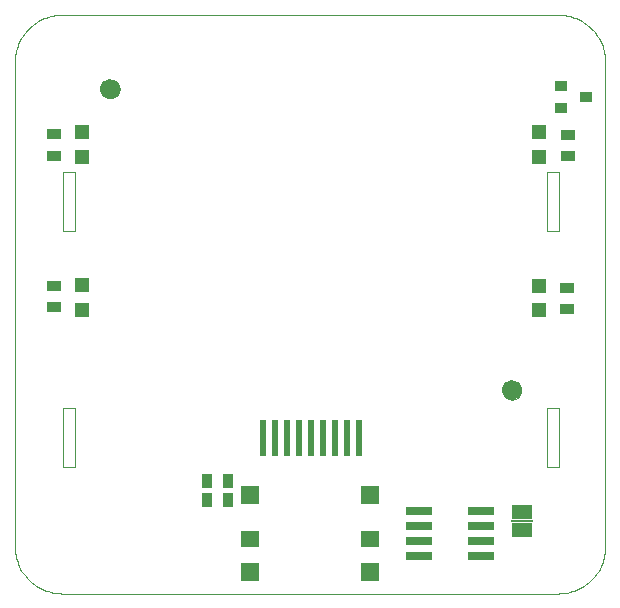
<source format=gts>
G75*
G70*
%OFA0B0*%
%FSLAX24Y24*%
%IPPOS*%
%LPD*%
%AMOC8*
5,1,8,0,0,1.08239X$1,22.5*
%
%ADD10C,0.0000*%
%ADD11R,0.0910X0.0280*%
%ADD12R,0.0670X0.0500*%
%ADD13R,0.0720X0.0060*%
%ADD14R,0.0512X0.0512*%
%ADD15R,0.0512X0.0355*%
%ADD16R,0.0394X0.0355*%
%ADD17R,0.0240X0.1240*%
%ADD18C,0.0670*%
%ADD19R,0.0591X0.0631*%
%ADD20R,0.0591X0.0552*%
%ADD21R,0.0355X0.0512*%
D10*
X005418Y002075D02*
X005418Y018217D01*
X005420Y018294D01*
X005426Y018371D01*
X005435Y018448D01*
X005448Y018524D01*
X005465Y018600D01*
X005486Y018674D01*
X005510Y018748D01*
X005538Y018820D01*
X005569Y018890D01*
X005604Y018959D01*
X005642Y019027D01*
X005683Y019092D01*
X005728Y019155D01*
X005776Y019216D01*
X005826Y019275D01*
X005879Y019331D01*
X005935Y019384D01*
X005994Y019434D01*
X006055Y019482D01*
X006118Y019527D01*
X006183Y019568D01*
X006251Y019606D01*
X006320Y019641D01*
X006390Y019672D01*
X006462Y019700D01*
X006536Y019724D01*
X006610Y019745D01*
X006686Y019762D01*
X006762Y019775D01*
X006839Y019784D01*
X006916Y019790D01*
X006993Y019792D01*
X006993Y019791D02*
X023528Y019791D01*
X023528Y019792D02*
X023605Y019790D01*
X023682Y019784D01*
X023759Y019775D01*
X023835Y019762D01*
X023911Y019745D01*
X023985Y019724D01*
X024059Y019700D01*
X024131Y019672D01*
X024201Y019641D01*
X024270Y019606D01*
X024338Y019568D01*
X024403Y019527D01*
X024466Y019482D01*
X024527Y019434D01*
X024586Y019384D01*
X024642Y019331D01*
X024695Y019275D01*
X024745Y019216D01*
X024793Y019155D01*
X024838Y019092D01*
X024879Y019027D01*
X024917Y018959D01*
X024952Y018890D01*
X024983Y018820D01*
X025011Y018748D01*
X025035Y018674D01*
X025056Y018600D01*
X025073Y018524D01*
X025086Y018448D01*
X025095Y018371D01*
X025101Y018294D01*
X025103Y018217D01*
X025103Y002075D01*
X025101Y001998D01*
X025095Y001921D01*
X025086Y001844D01*
X025073Y001768D01*
X025056Y001692D01*
X025035Y001618D01*
X025011Y001544D01*
X024983Y001472D01*
X024952Y001402D01*
X024917Y001333D01*
X024879Y001265D01*
X024838Y001200D01*
X024793Y001137D01*
X024745Y001076D01*
X024695Y001017D01*
X024642Y000961D01*
X024586Y000908D01*
X024527Y000858D01*
X024466Y000810D01*
X024403Y000765D01*
X024338Y000724D01*
X024270Y000686D01*
X024201Y000651D01*
X024131Y000620D01*
X024059Y000592D01*
X023985Y000568D01*
X023911Y000547D01*
X023835Y000530D01*
X023759Y000517D01*
X023682Y000508D01*
X023605Y000502D01*
X023528Y000500D01*
X006993Y000500D01*
X006916Y000502D01*
X006839Y000508D01*
X006762Y000517D01*
X006686Y000530D01*
X006610Y000547D01*
X006536Y000568D01*
X006462Y000592D01*
X006390Y000620D01*
X006320Y000651D01*
X006251Y000686D01*
X006183Y000724D01*
X006118Y000765D01*
X006055Y000810D01*
X005994Y000858D01*
X005935Y000908D01*
X005879Y000961D01*
X005826Y001017D01*
X005776Y001076D01*
X005728Y001137D01*
X005683Y001200D01*
X005642Y001265D01*
X005604Y001333D01*
X005569Y001402D01*
X005538Y001472D01*
X005510Y001544D01*
X005486Y001618D01*
X005465Y001692D01*
X005448Y001768D01*
X005435Y001844D01*
X005426Y001921D01*
X005420Y001998D01*
X005418Y002075D01*
X007026Y004720D02*
X007420Y004720D01*
X007420Y006689D01*
X007026Y006689D01*
X007026Y004720D01*
X007026Y012594D02*
X007420Y012594D01*
X007420Y014563D01*
X007026Y014563D01*
X007026Y012594D01*
X008286Y017319D02*
X008288Y017354D01*
X008294Y017389D01*
X008304Y017423D01*
X008317Y017456D01*
X008334Y017487D01*
X008355Y017515D01*
X008378Y017542D01*
X008405Y017565D01*
X008433Y017586D01*
X008464Y017603D01*
X008497Y017616D01*
X008531Y017626D01*
X008566Y017632D01*
X008601Y017634D01*
X008636Y017632D01*
X008671Y017626D01*
X008705Y017616D01*
X008738Y017603D01*
X008769Y017586D01*
X008797Y017565D01*
X008824Y017542D01*
X008847Y017515D01*
X008868Y017487D01*
X008885Y017456D01*
X008898Y017423D01*
X008908Y017389D01*
X008914Y017354D01*
X008916Y017319D01*
X008914Y017284D01*
X008908Y017249D01*
X008898Y017215D01*
X008885Y017182D01*
X008868Y017151D01*
X008847Y017123D01*
X008824Y017096D01*
X008797Y017073D01*
X008769Y017052D01*
X008738Y017035D01*
X008705Y017022D01*
X008671Y017012D01*
X008636Y017006D01*
X008601Y017004D01*
X008566Y017006D01*
X008531Y017012D01*
X008497Y017022D01*
X008464Y017035D01*
X008433Y017052D01*
X008405Y017073D01*
X008378Y017096D01*
X008355Y017123D01*
X008334Y017151D01*
X008317Y017182D01*
X008304Y017215D01*
X008294Y017249D01*
X008288Y017284D01*
X008286Y017319D01*
X021672Y007280D02*
X021674Y007315D01*
X021680Y007350D01*
X021690Y007384D01*
X021703Y007417D01*
X021720Y007448D01*
X021741Y007476D01*
X021764Y007503D01*
X021791Y007526D01*
X021819Y007547D01*
X021850Y007564D01*
X021883Y007577D01*
X021917Y007587D01*
X021952Y007593D01*
X021987Y007595D01*
X022022Y007593D01*
X022057Y007587D01*
X022091Y007577D01*
X022124Y007564D01*
X022155Y007547D01*
X022183Y007526D01*
X022210Y007503D01*
X022233Y007476D01*
X022254Y007448D01*
X022271Y007417D01*
X022284Y007384D01*
X022294Y007350D01*
X022300Y007315D01*
X022302Y007280D01*
X022300Y007245D01*
X022294Y007210D01*
X022284Y007176D01*
X022271Y007143D01*
X022254Y007112D01*
X022233Y007084D01*
X022210Y007057D01*
X022183Y007034D01*
X022155Y007013D01*
X022124Y006996D01*
X022091Y006983D01*
X022057Y006973D01*
X022022Y006967D01*
X021987Y006965D01*
X021952Y006967D01*
X021917Y006973D01*
X021883Y006983D01*
X021850Y006996D01*
X021819Y007013D01*
X021791Y007034D01*
X021764Y007057D01*
X021741Y007084D01*
X021720Y007112D01*
X021703Y007143D01*
X021690Y007176D01*
X021680Y007210D01*
X021674Y007245D01*
X021672Y007280D01*
X023168Y006689D02*
X023168Y004720D01*
X023562Y004720D01*
X023562Y006689D01*
X023168Y006689D01*
X023168Y012594D02*
X023168Y014563D01*
X023562Y014563D01*
X023562Y012594D01*
X023168Y012594D01*
D11*
X020948Y003250D03*
X020948Y002750D03*
X020948Y002250D03*
X020948Y001750D03*
X018888Y001750D03*
X018888Y002250D03*
X018888Y002750D03*
X018888Y003250D03*
D12*
X022335Y003206D03*
X022335Y002606D03*
D13*
X022335Y002906D03*
D14*
X022906Y009935D03*
X022906Y010762D03*
X022900Y015053D03*
X022900Y015880D03*
X007644Y015892D03*
X007644Y015065D03*
X007650Y010774D03*
X007650Y009947D03*
D15*
X006725Y010047D03*
X006725Y010756D03*
X006725Y015098D03*
X006725Y015807D03*
X023843Y015787D03*
X023843Y015079D03*
X023835Y010697D03*
X023835Y009988D03*
D16*
X023623Y016681D03*
X024450Y017055D03*
X023623Y017429D03*
D17*
X016887Y005695D03*
X016487Y005695D03*
X016087Y005695D03*
X015687Y005695D03*
X015287Y005695D03*
X014887Y005695D03*
X014487Y005695D03*
X014087Y005695D03*
X013687Y005695D03*
D18*
X021987Y007280D03*
X008601Y017319D03*
D19*
X013259Y003780D03*
X013259Y001220D03*
X017274Y001220D03*
X017274Y003780D03*
D20*
X017274Y002323D03*
X013259Y002323D03*
D21*
X012522Y003625D03*
X011814Y003625D03*
X011814Y004250D03*
X012522Y004250D03*
M02*

</source>
